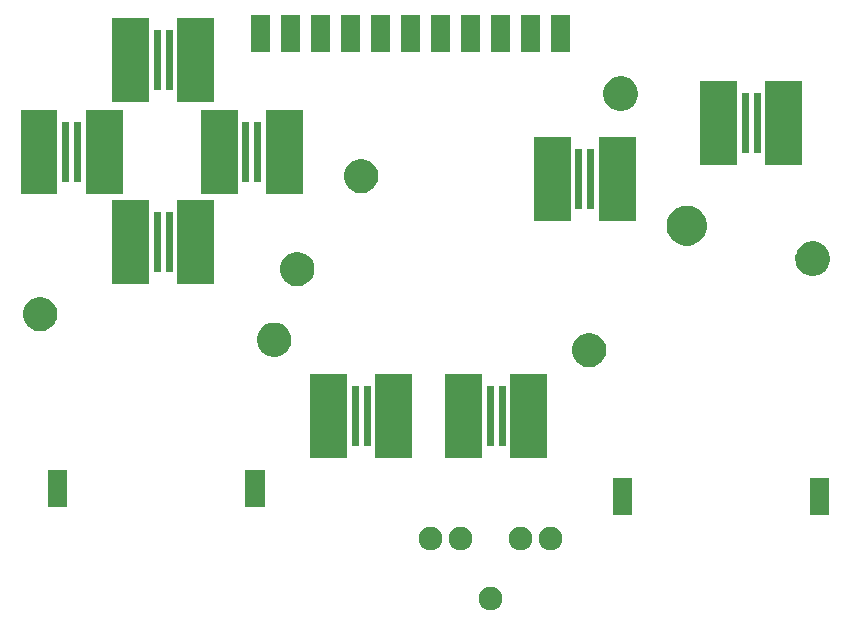
<source format=gbr>
G04 #@! TF.GenerationSoftware,KiCad,Pcbnew,5.0.2+dfsg1-1~bpo9+1*
G04 #@! TF.CreationDate,2020-09-22T18:59:10+01:00*
G04 #@! TF.ProjectId,gbc_outline_buttons_sound_new,6762635f-6f75-4746-9c69-6e655f627574,rev?*
G04 #@! TF.SameCoordinates,Original*
G04 #@! TF.FileFunction,Soldermask,Top*
G04 #@! TF.FilePolarity,Negative*
%FSLAX46Y46*%
G04 Gerber Fmt 4.6, Leading zero omitted, Abs format (unit mm)*
G04 Created by KiCad (PCBNEW 5.0.2+dfsg1-1~bpo9+1) date Tue 22 Sep 2020 18:59:10 BST*
%MOMM*%
%LPD*%
G01*
G04 APERTURE LIST*
%ADD10C,0.100000*%
G04 APERTURE END LIST*
D10*
G36*
X104970461Y-161429828D02*
X105152630Y-161505285D01*
X105316583Y-161614835D01*
X105456005Y-161754257D01*
X105565555Y-161918210D01*
X105641012Y-162100379D01*
X105679480Y-162293770D01*
X105679480Y-162490950D01*
X105641012Y-162684341D01*
X105565555Y-162866510D01*
X105456005Y-163030463D01*
X105316583Y-163169885D01*
X105152630Y-163279435D01*
X104970461Y-163354892D01*
X104777070Y-163393360D01*
X104579890Y-163393360D01*
X104386499Y-163354892D01*
X104204330Y-163279435D01*
X104040377Y-163169885D01*
X103900955Y-163030463D01*
X103791405Y-162866510D01*
X103715948Y-162684341D01*
X103677480Y-162490950D01*
X103677480Y-162293770D01*
X103715948Y-162100379D01*
X103791405Y-161918210D01*
X103900955Y-161754257D01*
X104040377Y-161614835D01*
X104204330Y-161505285D01*
X104386499Y-161429828D01*
X104579890Y-161391360D01*
X104777070Y-161391360D01*
X104970461Y-161429828D01*
X104970461Y-161429828D01*
G37*
G36*
X110050461Y-156349828D02*
X110232630Y-156425285D01*
X110396583Y-156534835D01*
X110536005Y-156674257D01*
X110645555Y-156838210D01*
X110721012Y-157020379D01*
X110759480Y-157213770D01*
X110759480Y-157410950D01*
X110721012Y-157604341D01*
X110645555Y-157786510D01*
X110536005Y-157950463D01*
X110396583Y-158089885D01*
X110232630Y-158199435D01*
X110050461Y-158274892D01*
X109857070Y-158313360D01*
X109659890Y-158313360D01*
X109466499Y-158274892D01*
X109284330Y-158199435D01*
X109120377Y-158089885D01*
X108980955Y-157950463D01*
X108871405Y-157786510D01*
X108795948Y-157604341D01*
X108757480Y-157410950D01*
X108757480Y-157213770D01*
X108795948Y-157020379D01*
X108871405Y-156838210D01*
X108980955Y-156674257D01*
X109120377Y-156534835D01*
X109284330Y-156425285D01*
X109466499Y-156349828D01*
X109659890Y-156311360D01*
X109857070Y-156311360D01*
X110050461Y-156349828D01*
X110050461Y-156349828D01*
G37*
G36*
X99890461Y-156349828D02*
X100072630Y-156425285D01*
X100236583Y-156534835D01*
X100376005Y-156674257D01*
X100485555Y-156838210D01*
X100561012Y-157020379D01*
X100599480Y-157213770D01*
X100599480Y-157410950D01*
X100561012Y-157604341D01*
X100485555Y-157786510D01*
X100376005Y-157950463D01*
X100236583Y-158089885D01*
X100072630Y-158199435D01*
X99890461Y-158274892D01*
X99697070Y-158313360D01*
X99499890Y-158313360D01*
X99306499Y-158274892D01*
X99124330Y-158199435D01*
X98960377Y-158089885D01*
X98820955Y-157950463D01*
X98711405Y-157786510D01*
X98635948Y-157604341D01*
X98597480Y-157410950D01*
X98597480Y-157213770D01*
X98635948Y-157020379D01*
X98711405Y-156838210D01*
X98820955Y-156674257D01*
X98960377Y-156534835D01*
X99124330Y-156425285D01*
X99306499Y-156349828D01*
X99499890Y-156311360D01*
X99697070Y-156311360D01*
X99890461Y-156349828D01*
X99890461Y-156349828D01*
G37*
G36*
X107510461Y-156349828D02*
X107692630Y-156425285D01*
X107856583Y-156534835D01*
X107996005Y-156674257D01*
X108105555Y-156838210D01*
X108181012Y-157020379D01*
X108219480Y-157213770D01*
X108219480Y-157410950D01*
X108181012Y-157604341D01*
X108105555Y-157786510D01*
X107996005Y-157950463D01*
X107856583Y-158089885D01*
X107692630Y-158199435D01*
X107510461Y-158274892D01*
X107317070Y-158313360D01*
X107119890Y-158313360D01*
X106926499Y-158274892D01*
X106744330Y-158199435D01*
X106580377Y-158089885D01*
X106440955Y-157950463D01*
X106331405Y-157786510D01*
X106255948Y-157604341D01*
X106217480Y-157410950D01*
X106217480Y-157213770D01*
X106255948Y-157020379D01*
X106331405Y-156838210D01*
X106440955Y-156674257D01*
X106580377Y-156534835D01*
X106744330Y-156425285D01*
X106926499Y-156349828D01*
X107119890Y-156311360D01*
X107317070Y-156311360D01*
X107510461Y-156349828D01*
X107510461Y-156349828D01*
G37*
G36*
X102430461Y-156349828D02*
X102612630Y-156425285D01*
X102776583Y-156534835D01*
X102916005Y-156674257D01*
X103025555Y-156838210D01*
X103101012Y-157020379D01*
X103139480Y-157213770D01*
X103139480Y-157410950D01*
X103101012Y-157604341D01*
X103025555Y-157786510D01*
X102916005Y-157950463D01*
X102776583Y-158089885D01*
X102612630Y-158199435D01*
X102430461Y-158274892D01*
X102237070Y-158313360D01*
X102039890Y-158313360D01*
X101846499Y-158274892D01*
X101664330Y-158199435D01*
X101500377Y-158089885D01*
X101360955Y-157950463D01*
X101251405Y-157786510D01*
X101175948Y-157604341D01*
X101137480Y-157410950D01*
X101137480Y-157213770D01*
X101175948Y-157020379D01*
X101251405Y-156838210D01*
X101360955Y-156674257D01*
X101500377Y-156534835D01*
X101664330Y-156425285D01*
X101846499Y-156349828D01*
X102039890Y-156311360D01*
X102237070Y-156311360D01*
X102430461Y-156349828D01*
X102430461Y-156349828D01*
G37*
G36*
X133357820Y-155320060D02*
X131731820Y-155320060D01*
X131731820Y-152218060D01*
X133357820Y-152218060D01*
X133357820Y-155320060D01*
X133357820Y-155320060D01*
G37*
G36*
X116657320Y-155320060D02*
X115031320Y-155320060D01*
X115031320Y-152218060D01*
X116657320Y-152218060D01*
X116657320Y-155320060D01*
X116657320Y-155320060D01*
G37*
G36*
X68844360Y-154598700D02*
X67218360Y-154598700D01*
X67218360Y-151496700D01*
X68844360Y-151496700D01*
X68844360Y-154598700D01*
X68844360Y-154598700D01*
G37*
G36*
X85544860Y-154598700D02*
X83918860Y-154598700D01*
X83918860Y-151496700D01*
X85544860Y-151496700D01*
X85544860Y-154598700D01*
X85544860Y-154598700D01*
G37*
G36*
X109455280Y-150467140D02*
X106353280Y-150467140D01*
X106353280Y-143365140D01*
X109455280Y-143365140D01*
X109455280Y-150467140D01*
X109455280Y-150467140D01*
G37*
G36*
X103948560Y-150467140D02*
X100846560Y-150467140D01*
X100846560Y-143365140D01*
X103948560Y-143365140D01*
X103948560Y-150467140D01*
X103948560Y-150467140D01*
G37*
G36*
X98025280Y-150459520D02*
X94923280Y-150459520D01*
X94923280Y-143357520D01*
X98025280Y-143357520D01*
X98025280Y-150459520D01*
X98025280Y-150459520D01*
G37*
G36*
X92518560Y-150459520D02*
X89416560Y-150459520D01*
X89416560Y-143357520D01*
X92518560Y-143357520D01*
X92518560Y-150459520D01*
X92518560Y-150459520D01*
G37*
G36*
X104949000Y-149467140D02*
X104347000Y-149467140D01*
X104347000Y-144365140D01*
X104949000Y-144365140D01*
X104949000Y-149467140D01*
X104949000Y-149467140D01*
G37*
G36*
X105954840Y-149467140D02*
X105352840Y-149467140D01*
X105352840Y-144365140D01*
X105954840Y-144365140D01*
X105954840Y-149467140D01*
X105954840Y-149467140D01*
G37*
G36*
X94524840Y-149459520D02*
X93922840Y-149459520D01*
X93922840Y-144357520D01*
X94524840Y-144357520D01*
X94524840Y-149459520D01*
X94524840Y-149459520D01*
G37*
G36*
X93519000Y-149459520D02*
X92917000Y-149459520D01*
X92917000Y-144357520D01*
X93519000Y-144357520D01*
X93519000Y-149459520D01*
X93519000Y-149459520D01*
G37*
G36*
X113440538Y-139953220D02*
X113440540Y-139953221D01*
X113440541Y-139953221D01*
X113704606Y-140062600D01*
X113704607Y-140062601D01*
X113942262Y-140221397D01*
X114144363Y-140423498D01*
X114144365Y-140423501D01*
X114303160Y-140661154D01*
X114412539Y-140925219D01*
X114412540Y-140925222D01*
X114468300Y-141205548D01*
X114468300Y-141491372D01*
X114417282Y-141747860D01*
X114412539Y-141771701D01*
X114303160Y-142035766D01*
X114303159Y-142035767D01*
X114144363Y-142273422D01*
X113942262Y-142475523D01*
X113942259Y-142475525D01*
X113704606Y-142634320D01*
X113440541Y-142743699D01*
X113440540Y-142743699D01*
X113440538Y-142743700D01*
X113160212Y-142799460D01*
X112874388Y-142799460D01*
X112594062Y-142743700D01*
X112594060Y-142743699D01*
X112594059Y-142743699D01*
X112329994Y-142634320D01*
X112092341Y-142475525D01*
X112092338Y-142475523D01*
X111890237Y-142273422D01*
X111731441Y-142035767D01*
X111731440Y-142035766D01*
X111622061Y-141771701D01*
X111617319Y-141747860D01*
X111566300Y-141491372D01*
X111566300Y-141205548D01*
X111622060Y-140925222D01*
X111622061Y-140925219D01*
X111731440Y-140661154D01*
X111890235Y-140423501D01*
X111890237Y-140423498D01*
X112092338Y-140221397D01*
X112329993Y-140062601D01*
X112329994Y-140062600D01*
X112594059Y-139953221D01*
X112594060Y-139953221D01*
X112594062Y-139953220D01*
X112874388Y-139897460D01*
X113160212Y-139897460D01*
X113440538Y-139953220D01*
X113440538Y-139953220D01*
G37*
G36*
X86783238Y-139066760D02*
X86783240Y-139066761D01*
X86783241Y-139066761D01*
X87047306Y-139176140D01*
X87281754Y-139332794D01*
X87284962Y-139334937D01*
X87487063Y-139537038D01*
X87487065Y-139537041D01*
X87645860Y-139774694D01*
X87719808Y-139953221D01*
X87755240Y-140038762D01*
X87791568Y-140221397D01*
X87811000Y-140319089D01*
X87811000Y-140604911D01*
X87755239Y-140885241D01*
X87645860Y-141149306D01*
X87489206Y-141383754D01*
X87487063Y-141386962D01*
X87284962Y-141589063D01*
X87284959Y-141589065D01*
X87047306Y-141747860D01*
X86783241Y-141857239D01*
X86783240Y-141857239D01*
X86783238Y-141857240D01*
X86502912Y-141913000D01*
X86217088Y-141913000D01*
X85936762Y-141857240D01*
X85936760Y-141857239D01*
X85936759Y-141857239D01*
X85672694Y-141747860D01*
X85435041Y-141589065D01*
X85435038Y-141589063D01*
X85232937Y-141386962D01*
X85230794Y-141383754D01*
X85074140Y-141149306D01*
X84964761Y-140885241D01*
X84909000Y-140604911D01*
X84909000Y-140319089D01*
X84928432Y-140221397D01*
X84964760Y-140038762D01*
X85000192Y-139953221D01*
X85074140Y-139774694D01*
X85232935Y-139537041D01*
X85232937Y-139537038D01*
X85435038Y-139334937D01*
X85438246Y-139332794D01*
X85672694Y-139176140D01*
X85936759Y-139066761D01*
X85936760Y-139066761D01*
X85936762Y-139066760D01*
X86217088Y-139011000D01*
X86502912Y-139011000D01*
X86783238Y-139066760D01*
X86783238Y-139066760D01*
G37*
G36*
X66958538Y-136905220D02*
X66958540Y-136905221D01*
X66958541Y-136905221D01*
X67222606Y-137014600D01*
X67222607Y-137014601D01*
X67460262Y-137173397D01*
X67662363Y-137375498D01*
X67662365Y-137375501D01*
X67821160Y-137613154D01*
X67930539Y-137877219D01*
X67986300Y-138157549D01*
X67986300Y-138443371D01*
X67930539Y-138723701D01*
X67821160Y-138987766D01*
X67768378Y-139066760D01*
X67662363Y-139225422D01*
X67460262Y-139427523D01*
X67460259Y-139427525D01*
X67222606Y-139586320D01*
X66958541Y-139695699D01*
X66958540Y-139695699D01*
X66958538Y-139695700D01*
X66678212Y-139751460D01*
X66392388Y-139751460D01*
X66112062Y-139695700D01*
X66112060Y-139695699D01*
X66112059Y-139695699D01*
X65847994Y-139586320D01*
X65610341Y-139427525D01*
X65610338Y-139427523D01*
X65408237Y-139225422D01*
X65302222Y-139066760D01*
X65249440Y-138987766D01*
X65140061Y-138723701D01*
X65084300Y-138443371D01*
X65084300Y-138157549D01*
X65140061Y-137877219D01*
X65249440Y-137613154D01*
X65408235Y-137375501D01*
X65408237Y-137375498D01*
X65610338Y-137173397D01*
X65847993Y-137014601D01*
X65847994Y-137014600D01*
X66112059Y-136905221D01*
X66112060Y-136905221D01*
X66112062Y-136905220D01*
X66392388Y-136849460D01*
X66678212Y-136849460D01*
X66958538Y-136905220D01*
X66958538Y-136905220D01*
G37*
G36*
X88739038Y-133095220D02*
X88739040Y-133095221D01*
X88739041Y-133095221D01*
X89003106Y-133204600D01*
X89003107Y-133204601D01*
X89240762Y-133363397D01*
X89442863Y-133565498D01*
X89442865Y-133565501D01*
X89601660Y-133803154D01*
X89711039Y-134067219D01*
X89711040Y-134067222D01*
X89766800Y-134347548D01*
X89766800Y-134633372D01*
X89716287Y-134887320D01*
X89711039Y-134913701D01*
X89601660Y-135177766D01*
X89601659Y-135177767D01*
X89442863Y-135415422D01*
X89240762Y-135617523D01*
X89240759Y-135617525D01*
X89003106Y-135776320D01*
X88739041Y-135885699D01*
X88739040Y-135885699D01*
X88739038Y-135885700D01*
X88458712Y-135941460D01*
X88172888Y-135941460D01*
X87892562Y-135885700D01*
X87892560Y-135885699D01*
X87892559Y-135885699D01*
X87628494Y-135776320D01*
X87390841Y-135617525D01*
X87390838Y-135617523D01*
X87188737Y-135415422D01*
X87029941Y-135177767D01*
X87029940Y-135177766D01*
X86920561Y-134913701D01*
X86915314Y-134887320D01*
X86864800Y-134633372D01*
X86864800Y-134347548D01*
X86920560Y-134067222D01*
X86920561Y-134067219D01*
X87029940Y-133803154D01*
X87188735Y-133565501D01*
X87188737Y-133565498D01*
X87390838Y-133363397D01*
X87628493Y-133204601D01*
X87628494Y-133204600D01*
X87892559Y-133095221D01*
X87892560Y-133095221D01*
X87892562Y-133095220D01*
X88172888Y-133039460D01*
X88458712Y-133039460D01*
X88739038Y-133095220D01*
X88739038Y-133095220D01*
G37*
G36*
X81266360Y-135735140D02*
X78164360Y-135735140D01*
X78164360Y-128633140D01*
X81266360Y-128633140D01*
X81266360Y-135735140D01*
X81266360Y-135735140D01*
G37*
G36*
X75759640Y-135735140D02*
X72657640Y-135735140D01*
X72657640Y-128633140D01*
X75759640Y-128633140D01*
X75759640Y-135735140D01*
X75759640Y-135735140D01*
G37*
G36*
X132363538Y-132206220D02*
X132363540Y-132206221D01*
X132363541Y-132206221D01*
X132627606Y-132315600D01*
X132822211Y-132445631D01*
X132865262Y-132474397D01*
X133067363Y-132676498D01*
X133067365Y-132676501D01*
X133226160Y-132914154D01*
X133301160Y-133095221D01*
X133335540Y-133178222D01*
X133391300Y-133458548D01*
X133391300Y-133744372D01*
X133379608Y-133803154D01*
X133335539Y-134024701D01*
X133226160Y-134288766D01*
X133226159Y-134288767D01*
X133067363Y-134526422D01*
X132865262Y-134728523D01*
X132865259Y-134728525D01*
X132627606Y-134887320D01*
X132363541Y-134996699D01*
X132363540Y-134996699D01*
X132363538Y-134996700D01*
X132083212Y-135052460D01*
X131797388Y-135052460D01*
X131517062Y-134996700D01*
X131517060Y-134996699D01*
X131517059Y-134996699D01*
X131252994Y-134887320D01*
X131015341Y-134728525D01*
X131015338Y-134728523D01*
X130813237Y-134526422D01*
X130654441Y-134288767D01*
X130654440Y-134288766D01*
X130545061Y-134024701D01*
X130500993Y-133803154D01*
X130489300Y-133744372D01*
X130489300Y-133458548D01*
X130545060Y-133178222D01*
X130579440Y-133095221D01*
X130654440Y-132914154D01*
X130813235Y-132676501D01*
X130813237Y-132676498D01*
X131015338Y-132474397D01*
X131058389Y-132445631D01*
X131252994Y-132315600D01*
X131517059Y-132206221D01*
X131517060Y-132206221D01*
X131517062Y-132206220D01*
X131797388Y-132150460D01*
X132083212Y-132150460D01*
X132363538Y-132206220D01*
X132363538Y-132206220D01*
G37*
G36*
X76760080Y-134735140D02*
X76158080Y-134735140D01*
X76158080Y-129633140D01*
X76760080Y-129633140D01*
X76760080Y-134735140D01*
X76760080Y-134735140D01*
G37*
G36*
X77765920Y-134735140D02*
X77163920Y-134735140D01*
X77163920Y-129633140D01*
X77765920Y-129633140D01*
X77765920Y-134735140D01*
X77765920Y-134735140D01*
G37*
G36*
X121781160Y-129174368D02*
X121781162Y-129174369D01*
X121781163Y-129174369D01*
X121895514Y-129221735D01*
X122090726Y-129302594D01*
X122369327Y-129488749D01*
X122606251Y-129725673D01*
X122792406Y-130004274D01*
X122920632Y-130313840D01*
X122986000Y-130642465D01*
X122986000Y-130977535D01*
X122920632Y-131306160D01*
X122792406Y-131615726D01*
X122606251Y-131894327D01*
X122369327Y-132131251D01*
X122090726Y-132317406D01*
X121895514Y-132398265D01*
X121781163Y-132445631D01*
X121781162Y-132445631D01*
X121781160Y-132445632D01*
X121452535Y-132511000D01*
X121117465Y-132511000D01*
X120788840Y-132445632D01*
X120788838Y-132445631D01*
X120788837Y-132445631D01*
X120674486Y-132398265D01*
X120479274Y-132317406D01*
X120200673Y-132131251D01*
X119963749Y-131894327D01*
X119777594Y-131615726D01*
X119649368Y-131306160D01*
X119584000Y-130977535D01*
X119584000Y-130642465D01*
X119649368Y-130313840D01*
X119777594Y-130004274D01*
X119963749Y-129725673D01*
X120200673Y-129488749D01*
X120479274Y-129302594D01*
X120674486Y-129221735D01*
X120788837Y-129174369D01*
X120788838Y-129174369D01*
X120788840Y-129174368D01*
X121117465Y-129109000D01*
X121452535Y-129109000D01*
X121781160Y-129174368D01*
X121781160Y-129174368D01*
G37*
G36*
X116955900Y-130406220D02*
X113853900Y-130406220D01*
X113853900Y-123304220D01*
X116955900Y-123304220D01*
X116955900Y-130406220D01*
X116955900Y-130406220D01*
G37*
G36*
X111449180Y-130406220D02*
X108347180Y-130406220D01*
X108347180Y-123304220D01*
X111449180Y-123304220D01*
X111449180Y-130406220D01*
X111449180Y-130406220D01*
G37*
G36*
X113455460Y-129406220D02*
X112853460Y-129406220D01*
X112853460Y-124304220D01*
X113455460Y-124304220D01*
X113455460Y-129406220D01*
X113455460Y-129406220D01*
G37*
G36*
X112449620Y-129406220D02*
X111847620Y-129406220D01*
X111847620Y-124304220D01*
X112449620Y-124304220D01*
X112449620Y-129406220D01*
X112449620Y-129406220D01*
G37*
G36*
X68007560Y-128117680D02*
X64905560Y-128117680D01*
X64905560Y-121015680D01*
X68007560Y-121015680D01*
X68007560Y-128117680D01*
X68007560Y-128117680D01*
G37*
G36*
X73514280Y-128117680D02*
X70412280Y-128117680D01*
X70412280Y-121015680D01*
X73514280Y-121015680D01*
X73514280Y-128117680D01*
X73514280Y-128117680D01*
G37*
G36*
X83252640Y-128110060D02*
X80150640Y-128110060D01*
X80150640Y-121008060D01*
X83252640Y-121008060D01*
X83252640Y-128110060D01*
X83252640Y-128110060D01*
G37*
G36*
X88759360Y-128110060D02*
X85657360Y-128110060D01*
X85657360Y-121008060D01*
X88759360Y-121008060D01*
X88759360Y-128110060D01*
X88759360Y-128110060D01*
G37*
G36*
X94136538Y-125221220D02*
X94136540Y-125221221D01*
X94136541Y-125221221D01*
X94400606Y-125330600D01*
X94400607Y-125330601D01*
X94638262Y-125489397D01*
X94840363Y-125691498D01*
X94840365Y-125691501D01*
X94999160Y-125929154D01*
X95108539Y-126193219D01*
X95164300Y-126473549D01*
X95164300Y-126759371D01*
X95108539Y-127039701D01*
X94999160Y-127303766D01*
X94999159Y-127303767D01*
X94840363Y-127541422D01*
X94638262Y-127743523D01*
X94638259Y-127743525D01*
X94400606Y-127902320D01*
X94136541Y-128011699D01*
X94136540Y-128011699D01*
X94136538Y-128011700D01*
X93856212Y-128067460D01*
X93570388Y-128067460D01*
X93290062Y-128011700D01*
X93290060Y-128011699D01*
X93290059Y-128011699D01*
X93025994Y-127902320D01*
X92788341Y-127743525D01*
X92788338Y-127743523D01*
X92586237Y-127541422D01*
X92427441Y-127303767D01*
X92427440Y-127303766D01*
X92318061Y-127039701D01*
X92262300Y-126759371D01*
X92262300Y-126473549D01*
X92318061Y-126193219D01*
X92427440Y-125929154D01*
X92586235Y-125691501D01*
X92586237Y-125691498D01*
X92788338Y-125489397D01*
X93025993Y-125330601D01*
X93025994Y-125330600D01*
X93290059Y-125221221D01*
X93290060Y-125221221D01*
X93290062Y-125221220D01*
X93570388Y-125165460D01*
X93856212Y-125165460D01*
X94136538Y-125221220D01*
X94136538Y-125221220D01*
G37*
G36*
X69008000Y-127117680D02*
X68406000Y-127117680D01*
X68406000Y-122015680D01*
X69008000Y-122015680D01*
X69008000Y-127117680D01*
X69008000Y-127117680D01*
G37*
G36*
X70013840Y-127117680D02*
X69411840Y-127117680D01*
X69411840Y-122015680D01*
X70013840Y-122015680D01*
X70013840Y-127117680D01*
X70013840Y-127117680D01*
G37*
G36*
X84253080Y-127110060D02*
X83651080Y-127110060D01*
X83651080Y-122008060D01*
X84253080Y-122008060D01*
X84253080Y-127110060D01*
X84253080Y-127110060D01*
G37*
G36*
X85258920Y-127110060D02*
X84656920Y-127110060D01*
X84656920Y-122008060D01*
X85258920Y-122008060D01*
X85258920Y-127110060D01*
X85258920Y-127110060D01*
G37*
G36*
X125546180Y-125699600D02*
X122444180Y-125699600D01*
X122444180Y-118597600D01*
X125546180Y-118597600D01*
X125546180Y-125699600D01*
X125546180Y-125699600D01*
G37*
G36*
X131052900Y-125699600D02*
X127950900Y-125699600D01*
X127950900Y-118597600D01*
X131052900Y-118597600D01*
X131052900Y-125699600D01*
X131052900Y-125699600D01*
G37*
G36*
X126546620Y-124699600D02*
X125944620Y-124699600D01*
X125944620Y-119597600D01*
X126546620Y-119597600D01*
X126546620Y-124699600D01*
X126546620Y-124699600D01*
G37*
G36*
X127552460Y-124699600D02*
X126950460Y-124699600D01*
X126950460Y-119597600D01*
X127552460Y-119597600D01*
X127552460Y-124699600D01*
X127552460Y-124699600D01*
G37*
G36*
X116107538Y-118236220D02*
X116107540Y-118236221D01*
X116107541Y-118236221D01*
X116371606Y-118345600D01*
X116371607Y-118345601D01*
X116609262Y-118504397D01*
X116811363Y-118706498D01*
X116811365Y-118706501D01*
X116970160Y-118944154D01*
X117079539Y-119208219D01*
X117135300Y-119488549D01*
X117135300Y-119774371D01*
X117079539Y-120054701D01*
X116970160Y-120318766D01*
X116813506Y-120553214D01*
X116811363Y-120556422D01*
X116609262Y-120758523D01*
X116609259Y-120758525D01*
X116371606Y-120917320D01*
X116107541Y-121026699D01*
X116107540Y-121026699D01*
X116107538Y-121026700D01*
X115827212Y-121082460D01*
X115541388Y-121082460D01*
X115261062Y-121026700D01*
X115261060Y-121026699D01*
X115261059Y-121026699D01*
X114996994Y-120917320D01*
X114759341Y-120758525D01*
X114759338Y-120758523D01*
X114557237Y-120556422D01*
X114555094Y-120553214D01*
X114398440Y-120318766D01*
X114289061Y-120054701D01*
X114233300Y-119774371D01*
X114233300Y-119488549D01*
X114289061Y-119208219D01*
X114398440Y-118944154D01*
X114557235Y-118706501D01*
X114557237Y-118706498D01*
X114759338Y-118504397D01*
X114996993Y-118345601D01*
X114996994Y-118345600D01*
X115261059Y-118236221D01*
X115261060Y-118236221D01*
X115261062Y-118236220D01*
X115541388Y-118180460D01*
X115827212Y-118180460D01*
X116107538Y-118236220D01*
X116107538Y-118236220D01*
G37*
G36*
X75762180Y-120363060D02*
X72660180Y-120363060D01*
X72660180Y-113261060D01*
X75762180Y-113261060D01*
X75762180Y-120363060D01*
X75762180Y-120363060D01*
G37*
G36*
X81268900Y-120363060D02*
X78166900Y-120363060D01*
X78166900Y-113261060D01*
X81268900Y-113261060D01*
X81268900Y-120363060D01*
X81268900Y-120363060D01*
G37*
G36*
X77768460Y-119363060D02*
X77166460Y-119363060D01*
X77166460Y-114261060D01*
X77768460Y-114261060D01*
X77768460Y-119363060D01*
X77768460Y-119363060D01*
G37*
G36*
X76762620Y-119363060D02*
X76160620Y-119363060D01*
X76160620Y-114261060D01*
X76762620Y-114261060D01*
X76762620Y-119363060D01*
X76762620Y-119363060D01*
G37*
G36*
X85989360Y-116089760D02*
X84363360Y-116089760D01*
X84363360Y-112987760D01*
X85989360Y-112987760D01*
X85989360Y-116089760D01*
X85989360Y-116089760D01*
G37*
G36*
X93609360Y-116089760D02*
X91983360Y-116089760D01*
X91983360Y-112987760D01*
X93609360Y-112987760D01*
X93609360Y-116089760D01*
X93609360Y-116089760D01*
G37*
G36*
X91069360Y-116089760D02*
X89443360Y-116089760D01*
X89443360Y-112987760D01*
X91069360Y-112987760D01*
X91069360Y-116089760D01*
X91069360Y-116089760D01*
G37*
G36*
X96149360Y-116084680D02*
X94523360Y-116084680D01*
X94523360Y-112982680D01*
X96149360Y-112982680D01*
X96149360Y-116084680D01*
X96149360Y-116084680D01*
G37*
G36*
X88529360Y-116084680D02*
X86903360Y-116084680D01*
X86903360Y-112982680D01*
X88529360Y-112982680D01*
X88529360Y-116084680D01*
X88529360Y-116084680D01*
G37*
G36*
X98689360Y-116084680D02*
X97063360Y-116084680D01*
X97063360Y-112982680D01*
X98689360Y-112982680D01*
X98689360Y-116084680D01*
X98689360Y-116084680D01*
G37*
G36*
X101229360Y-116084680D02*
X99603360Y-116084680D01*
X99603360Y-112982680D01*
X101229360Y-112982680D01*
X101229360Y-116084680D01*
X101229360Y-116084680D01*
G37*
G36*
X103769360Y-116084680D02*
X102143360Y-116084680D01*
X102143360Y-112982680D01*
X103769360Y-112982680D01*
X103769360Y-116084680D01*
X103769360Y-116084680D01*
G37*
G36*
X106309360Y-116084680D02*
X104683360Y-116084680D01*
X104683360Y-112982680D01*
X106309360Y-112982680D01*
X106309360Y-116084680D01*
X106309360Y-116084680D01*
G37*
G36*
X108849360Y-116084680D02*
X107223360Y-116084680D01*
X107223360Y-112982680D01*
X108849360Y-112982680D01*
X108849360Y-116084680D01*
X108849360Y-116084680D01*
G37*
G36*
X111389360Y-116084680D02*
X109763360Y-116084680D01*
X109763360Y-112982680D01*
X111389360Y-112982680D01*
X111389360Y-116084680D01*
X111389360Y-116084680D01*
G37*
M02*

</source>
